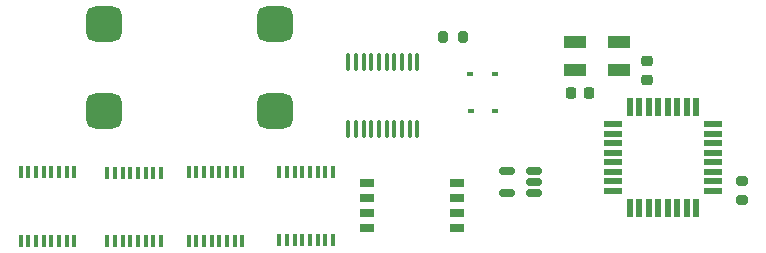
<source format=gbr>
%TF.GenerationSoftware,KiCad,Pcbnew,(6.0.7)*%
%TF.CreationDate,2023-02-23T17:38:49+01:00*%
%TF.ProjectId,freqcount,66726571-636f-4756-9e74-2e6b69636164,rev?*%
%TF.SameCoordinates,PX640f3c0PY67de938*%
%TF.FileFunction,Paste,Top*%
%TF.FilePolarity,Positive*%
%FSLAX46Y46*%
G04 Gerber Fmt 4.6, Leading zero omitted, Abs format (unit mm)*
G04 Created by KiCad (PCBNEW (6.0.7)) date 2023-02-23 17:38:49*
%MOMM*%
%LPD*%
G01*
G04 APERTURE LIST*
G04 Aperture macros list*
%AMRoundRect*
0 Rectangle with rounded corners*
0 $1 Rounding radius*
0 $2 $3 $4 $5 $6 $7 $8 $9 X,Y pos of 4 corners*
0 Add a 4 corners polygon primitive as box body*
4,1,4,$2,$3,$4,$5,$6,$7,$8,$9,$2,$3,0*
0 Add four circle primitives for the rounded corners*
1,1,$1+$1,$2,$3*
1,1,$1+$1,$4,$5*
1,1,$1+$1,$6,$7*
1,1,$1+$1,$8,$9*
0 Add four rect primitives between the rounded corners*
20,1,$1+$1,$2,$3,$4,$5,0*
20,1,$1+$1,$4,$5,$6,$7,0*
20,1,$1+$1,$6,$7,$8,$9,0*
20,1,$1+$1,$8,$9,$2,$3,0*%
G04 Aperture macros list end*
%ADD10RoundRect,0.750000X-0.750000X-0.750000X0.750000X-0.750000X0.750000X0.750000X-0.750000X0.750000X0*%
%ADD11R,1.270000X0.760000*%
%ADD12R,1.900000X1.100000*%
%ADD13RoundRect,0.150000X0.512500X0.150000X-0.512500X0.150000X-0.512500X-0.150000X0.512500X-0.150000X0*%
%ADD14RoundRect,0.100000X0.100000X-0.637500X0.100000X0.637500X-0.100000X0.637500X-0.100000X-0.637500X0*%
%ADD15R,0.550000X1.600000*%
%ADD16R,1.600000X0.550000*%
%ADD17R,0.400000X1.000000*%
%ADD18RoundRect,0.200000X-0.275000X0.200000X-0.275000X-0.200000X0.275000X-0.200000X0.275000X0.200000X0*%
%ADD19RoundRect,0.200000X0.200000X0.275000X-0.200000X0.275000X-0.200000X-0.275000X0.200000X-0.275000X0*%
%ADD20R,0.600000X0.450000*%
%ADD21RoundRect,0.225000X0.225000X0.250000X-0.225000X0.250000X-0.225000X-0.250000X0.225000X-0.250000X0*%
%ADD22RoundRect,0.225000X0.250000X-0.225000X0.250000X0.225000X-0.250000X0.225000X-0.250000X-0.225000X0*%
G04 APERTURE END LIST*
D10*
%TO.C,QA1*%
X11470000Y22050000D03*
X11470000Y14620000D03*
X25910000Y22050000D03*
X25910000Y14620000D03*
%TD*%
D11*
%TO.C,SW1*%
X33690000Y8605000D03*
X33690000Y7335000D03*
X33690000Y6065000D03*
X33690000Y4795000D03*
X41310000Y4795000D03*
X41310000Y6065000D03*
X41310000Y7335000D03*
X41310000Y8605000D03*
%TD*%
D12*
%TO.C,Y1*%
X51340000Y18170000D03*
X55040000Y18170000D03*
X55040000Y20470000D03*
X51340000Y20470000D03*
%TD*%
D13*
%TO.C,U7*%
X47827500Y7720000D03*
X47827500Y8670000D03*
X47827500Y9620000D03*
X45552500Y9620000D03*
X45552500Y7720000D03*
%TD*%
D14*
%TO.C,U6*%
X32125000Y13127500D03*
X32775000Y13127500D03*
X33425000Y13127500D03*
X34075000Y13127500D03*
X34725000Y13127500D03*
X35375000Y13127500D03*
X36025000Y13127500D03*
X36675000Y13127500D03*
X37325000Y13127500D03*
X37975000Y13127500D03*
X37975000Y18852500D03*
X37325000Y18852500D03*
X36675000Y18852500D03*
X36025000Y18852500D03*
X35375000Y18852500D03*
X34725000Y18852500D03*
X34075000Y18852500D03*
X33425000Y18852500D03*
X32775000Y18852500D03*
X32125000Y18852500D03*
%TD*%
D15*
%TO.C,U5*%
X61570000Y14970000D03*
X60770000Y14970000D03*
X59970000Y14970000D03*
X59170000Y14970000D03*
X58370000Y14970000D03*
X57570000Y14970000D03*
X56770000Y14970000D03*
X55970000Y14970000D03*
D16*
X54520000Y13520000D03*
X54520000Y12720000D03*
X54520000Y11920000D03*
X54520000Y11120000D03*
X54520000Y10320000D03*
X54520000Y9520000D03*
X54520000Y8720000D03*
X54520000Y7920000D03*
D15*
X55970000Y6470000D03*
X56770000Y6470000D03*
X57570000Y6470000D03*
X58370000Y6470000D03*
X59170000Y6470000D03*
X59970000Y6470000D03*
X60770000Y6470000D03*
X61570000Y6470000D03*
D16*
X63020000Y7920000D03*
X63020000Y8720000D03*
X63020000Y9520000D03*
X63020000Y10320000D03*
X63020000Y11120000D03*
X63020000Y11920000D03*
X63020000Y12720000D03*
X63020000Y13520000D03*
%TD*%
D17*
%TO.C,U4*%
X26275000Y9500000D03*
X26925000Y9500000D03*
X27575000Y9500000D03*
X28225000Y9500000D03*
X28875000Y9500000D03*
X29525000Y9500000D03*
X30175000Y9500000D03*
X30825000Y9500000D03*
X30825000Y3700000D03*
X30175000Y3700000D03*
X29525000Y3700000D03*
X28875000Y3700000D03*
X28225000Y3700000D03*
X27575000Y3700000D03*
X26925000Y3700000D03*
X26275000Y3700000D03*
%TD*%
%TO.C,U3*%
X18615000Y9460000D03*
X19265000Y9460000D03*
X19915000Y9460000D03*
X20565000Y9460000D03*
X21215000Y9460000D03*
X21865000Y9460000D03*
X22515000Y9460000D03*
X23165000Y9460000D03*
X23165000Y3660000D03*
X22515000Y3660000D03*
X21865000Y3660000D03*
X21215000Y3660000D03*
X20565000Y3660000D03*
X19915000Y3660000D03*
X19265000Y3660000D03*
X18615000Y3660000D03*
%TD*%
%TO.C,U2*%
X11735000Y9450000D03*
X12385000Y9450000D03*
X13035000Y9450000D03*
X13685000Y9450000D03*
X14335000Y9450000D03*
X14985000Y9450000D03*
X15635000Y9450000D03*
X16285000Y9450000D03*
X16285000Y3650000D03*
X15635000Y3650000D03*
X14985000Y3650000D03*
X14335000Y3650000D03*
X13685000Y3650000D03*
X13035000Y3650000D03*
X12385000Y3650000D03*
X11735000Y3650000D03*
%TD*%
%TO.C,U1*%
X4385000Y9470000D03*
X5035000Y9470000D03*
X5685000Y9470000D03*
X6335000Y9470000D03*
X6985000Y9470000D03*
X7635000Y9470000D03*
X8285000Y9470000D03*
X8935000Y9470000D03*
X8935000Y3670000D03*
X8285000Y3670000D03*
X7635000Y3670000D03*
X6985000Y3670000D03*
X6335000Y3670000D03*
X5685000Y3670000D03*
X5035000Y3670000D03*
X4385000Y3670000D03*
%TD*%
D18*
%TO.C,R2*%
X65460000Y8740000D03*
X65460000Y7090000D03*
%TD*%
D19*
%TO.C,R1*%
X41830000Y20930000D03*
X40180000Y20930000D03*
%TD*%
D20*
%TO.C,D2*%
X42440000Y17760000D03*
X44540000Y17760000D03*
%TD*%
%TO.C,D1*%
X42490000Y14690000D03*
X44590000Y14690000D03*
%TD*%
D21*
%TO.C,C2*%
X52535000Y16220000D03*
X50985000Y16220000D03*
%TD*%
D22*
%TO.C,C1*%
X57420000Y17320000D03*
X57420000Y18870000D03*
%TD*%
M02*

</source>
